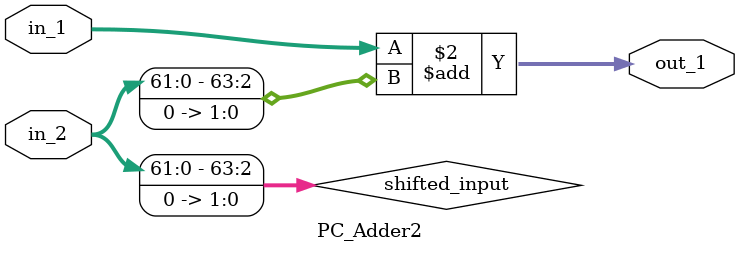
<source format=v>
`timescale 1ns / 1ps


module PC_Adder2(in_1, in_2, out_1);
    input[63:0] in_1, in_2;
    output[63:0] out_1; 
    wire[63:0] shifted_input;
    
    assign shifted_input = in_2 << 2; 
        
    assign out_1 = in_1 + shifted_input;
endmodule

</source>
